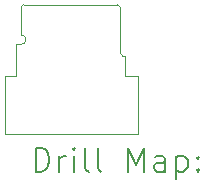
<source format=gbr>
%TF.GenerationSoftware,KiCad,Pcbnew,7.0.11*%
%TF.CreationDate,2025-03-06T21:23:06+09:00*%
%TF.ProjectId,USBC_Board,55534243-5f42-46f6-9172-642e6b696361,rev?*%
%TF.SameCoordinates,Original*%
%TF.FileFunction,Drillmap*%
%TF.FilePolarity,Positive*%
%FSLAX45Y45*%
G04 Gerber Fmt 4.5, Leading zero omitted, Abs format (unit mm)*
G04 Created by KiCad (PCBNEW 7.0.11) date 2025-03-06 21:23:06*
%MOMM*%
%LPD*%
G01*
G04 APERTURE LIST*
%ADD10C,0.050000*%
%ADD11C,0.200000*%
G04 APERTURE END LIST*
D10*
X17313750Y-11552500D02*
X17425000Y-11552500D01*
X17425000Y-12050000D02*
X17425000Y-11552500D01*
X16456250Y-10952500D02*
G75*
G03*
X16436250Y-10972500I0J-20000D01*
G01*
X16436250Y-11287500D02*
X16393750Y-11287500D01*
X16436250Y-10972500D02*
X16436250Y-11207500D01*
X16300000Y-11552500D02*
X16300000Y-12050000D01*
X17271250Y-11362500D02*
X17271250Y-10972500D01*
X16393750Y-11287500D02*
X16393750Y-11552500D01*
X17313750Y-11552500D02*
X17313750Y-11382500D01*
X16436250Y-11287500D02*
G75*
G03*
X16436250Y-11207500I0J40000D01*
G01*
X16300000Y-12050000D02*
X17425000Y-12050000D01*
X17271250Y-10972500D02*
G75*
G03*
X17251250Y-10952500I-20000J0D01*
G01*
X17271250Y-11362500D02*
G75*
G03*
X17291250Y-11382500I20000J0D01*
G01*
X17313750Y-11382500D02*
X17291250Y-11382500D01*
X17251250Y-10952500D02*
X16456250Y-10952500D01*
X16393750Y-11552500D02*
X16300000Y-11552500D01*
D11*
X16558277Y-12363984D02*
X16558277Y-12163984D01*
X16558277Y-12163984D02*
X16605896Y-12163984D01*
X16605896Y-12163984D02*
X16634467Y-12173508D01*
X16634467Y-12173508D02*
X16653515Y-12192555D01*
X16653515Y-12192555D02*
X16663039Y-12211603D01*
X16663039Y-12211603D02*
X16672562Y-12249698D01*
X16672562Y-12249698D02*
X16672562Y-12278269D01*
X16672562Y-12278269D02*
X16663039Y-12316365D01*
X16663039Y-12316365D02*
X16653515Y-12335412D01*
X16653515Y-12335412D02*
X16634467Y-12354460D01*
X16634467Y-12354460D02*
X16605896Y-12363984D01*
X16605896Y-12363984D02*
X16558277Y-12363984D01*
X16758277Y-12363984D02*
X16758277Y-12230650D01*
X16758277Y-12268746D02*
X16767801Y-12249698D01*
X16767801Y-12249698D02*
X16777324Y-12240174D01*
X16777324Y-12240174D02*
X16796372Y-12230650D01*
X16796372Y-12230650D02*
X16815420Y-12230650D01*
X16882086Y-12363984D02*
X16882086Y-12230650D01*
X16882086Y-12163984D02*
X16872563Y-12173508D01*
X16872563Y-12173508D02*
X16882086Y-12183031D01*
X16882086Y-12183031D02*
X16891610Y-12173508D01*
X16891610Y-12173508D02*
X16882086Y-12163984D01*
X16882086Y-12163984D02*
X16882086Y-12183031D01*
X17005896Y-12363984D02*
X16986848Y-12354460D01*
X16986848Y-12354460D02*
X16977324Y-12335412D01*
X16977324Y-12335412D02*
X16977324Y-12163984D01*
X17110658Y-12363984D02*
X17091610Y-12354460D01*
X17091610Y-12354460D02*
X17082086Y-12335412D01*
X17082086Y-12335412D02*
X17082086Y-12163984D01*
X17339229Y-12363984D02*
X17339229Y-12163984D01*
X17339229Y-12163984D02*
X17405896Y-12306841D01*
X17405896Y-12306841D02*
X17472563Y-12163984D01*
X17472563Y-12163984D02*
X17472563Y-12363984D01*
X17653515Y-12363984D02*
X17653515Y-12259222D01*
X17653515Y-12259222D02*
X17643991Y-12240174D01*
X17643991Y-12240174D02*
X17624944Y-12230650D01*
X17624944Y-12230650D02*
X17586848Y-12230650D01*
X17586848Y-12230650D02*
X17567801Y-12240174D01*
X17653515Y-12354460D02*
X17634467Y-12363984D01*
X17634467Y-12363984D02*
X17586848Y-12363984D01*
X17586848Y-12363984D02*
X17567801Y-12354460D01*
X17567801Y-12354460D02*
X17558277Y-12335412D01*
X17558277Y-12335412D02*
X17558277Y-12316365D01*
X17558277Y-12316365D02*
X17567801Y-12297317D01*
X17567801Y-12297317D02*
X17586848Y-12287793D01*
X17586848Y-12287793D02*
X17634467Y-12287793D01*
X17634467Y-12287793D02*
X17653515Y-12278269D01*
X17748753Y-12230650D02*
X17748753Y-12430650D01*
X17748753Y-12240174D02*
X17767801Y-12230650D01*
X17767801Y-12230650D02*
X17805896Y-12230650D01*
X17805896Y-12230650D02*
X17824944Y-12240174D01*
X17824944Y-12240174D02*
X17834467Y-12249698D01*
X17834467Y-12249698D02*
X17843991Y-12268746D01*
X17843991Y-12268746D02*
X17843991Y-12325888D01*
X17843991Y-12325888D02*
X17834467Y-12344936D01*
X17834467Y-12344936D02*
X17824944Y-12354460D01*
X17824944Y-12354460D02*
X17805896Y-12363984D01*
X17805896Y-12363984D02*
X17767801Y-12363984D01*
X17767801Y-12363984D02*
X17748753Y-12354460D01*
X17929705Y-12344936D02*
X17939229Y-12354460D01*
X17939229Y-12354460D02*
X17929705Y-12363984D01*
X17929705Y-12363984D02*
X17920182Y-12354460D01*
X17920182Y-12354460D02*
X17929705Y-12344936D01*
X17929705Y-12344936D02*
X17929705Y-12363984D01*
X17929705Y-12240174D02*
X17939229Y-12249698D01*
X17939229Y-12249698D02*
X17929705Y-12259222D01*
X17929705Y-12259222D02*
X17920182Y-12249698D01*
X17920182Y-12249698D02*
X17929705Y-12240174D01*
X17929705Y-12240174D02*
X17929705Y-12259222D01*
M02*

</source>
